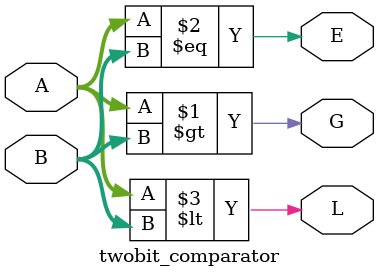
<source format=v>
`timescale 1ns / 1ps

module twobit_comparator(G,E,L,A,B);
    input [1:0] A;
    input [1:0] B;
    output G, E, L;
    
    assign G = (A > B);
    assign E = (A == B);
    assign L = (A < B);
    
endmodule

</source>
